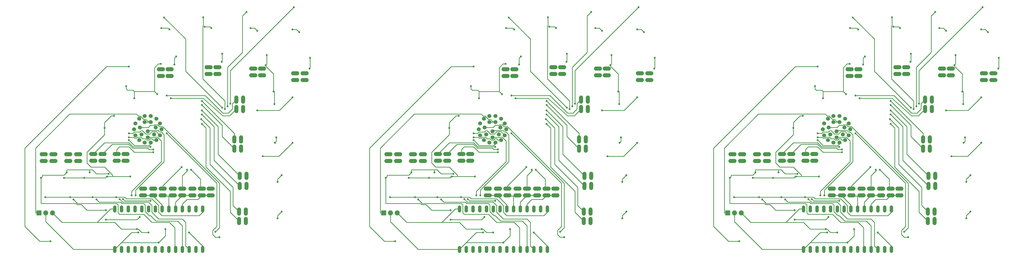
<source format=gbr>
G04 EAGLE Gerber RS-274X export*
G75*
%MOMM*%
%FSLAX34Y34*%
%LPD*%
%INBottom Copper*%
%IPPOS*%
%AMOC8*
5,1,8,0,0,1.08239X$1,22.5*%
G01*
%ADD10C,1.524000*%
%ADD11R,1.879600X1.879600*%
%ADD12C,1.879600*%
%ADD13C,1.308000*%
%ADD14C,1.508000*%
%ADD15C,0.756400*%
%ADD16C,0.254000*%


D10*
X130810Y388620D02*
X146050Y388620D01*
X146050Y363220D02*
X130810Y363220D01*
X186690Y388620D02*
X201930Y388620D01*
X201930Y363220D02*
X186690Y363220D01*
X817880Y402590D02*
X817880Y417830D01*
X843280Y417830D02*
X843280Y402590D01*
X817880Y436880D02*
X817880Y452120D01*
X843280Y452120D02*
X843280Y436880D01*
X762000Y690880D02*
X746760Y690880D01*
X746760Y716280D02*
X762000Y716280D01*
X728980Y690880D02*
X713740Y690880D01*
X713740Y716280D02*
X728980Y716280D01*
X330200Y389890D02*
X314960Y389890D01*
X314960Y364490D02*
X330200Y364490D01*
X295910Y389890D02*
X280670Y389890D01*
X280670Y364490D02*
X295910Y364490D01*
X109220Y388620D02*
X93980Y388620D01*
X93980Y363220D02*
X109220Y363220D01*
X838200Y276860D02*
X838200Y261620D01*
X863600Y261620D02*
X863600Y276860D01*
X838200Y299720D02*
X838200Y314960D01*
X863600Y314960D02*
X863600Y299720D01*
X914400Y685800D02*
X929640Y685800D01*
X929640Y711200D02*
X914400Y711200D01*
X896620Y685800D02*
X881380Y685800D01*
X881380Y711200D02*
X896620Y711200D01*
X416560Y389890D02*
X401320Y389890D01*
X401320Y364490D02*
X416560Y364490D01*
X383540Y389890D02*
X368300Y389890D01*
X368300Y364490D02*
X383540Y364490D01*
X835660Y144780D02*
X835660Y129540D01*
X861060Y129540D02*
X861060Y144780D01*
X835660Y165100D02*
X835660Y180340D01*
X861060Y180340D02*
X861060Y165100D01*
X1074420Y668020D02*
X1089660Y668020D01*
X1089660Y693420D02*
X1074420Y693420D01*
X1054100Y668020D02*
X1038860Y668020D01*
X1038860Y693420D02*
X1054100Y693420D01*
X520700Y259080D02*
X505460Y259080D01*
X505460Y233680D02*
X520700Y233680D01*
X482600Y259080D02*
X467360Y259080D01*
X467360Y233680D02*
X482600Y233680D01*
X652780Y259080D02*
X668020Y259080D01*
X668020Y233680D02*
X652780Y233680D01*
X629920Y259080D02*
X614680Y259080D01*
X614680Y233680D02*
X629920Y233680D01*
X721360Y259080D02*
X736600Y259080D01*
X736600Y233680D02*
X721360Y233680D01*
X703580Y259080D02*
X688340Y259080D01*
X688340Y233680D02*
X703580Y233680D01*
X556260Y259080D02*
X541020Y259080D01*
X541020Y233680D02*
X556260Y233680D01*
X579120Y259080D02*
X594360Y259080D01*
X594360Y233680D02*
X579120Y233680D01*
X825500Y551180D02*
X825500Y566420D01*
X850900Y566420D02*
X850900Y551180D01*
X825500Y586740D02*
X825500Y601980D01*
X850900Y601980D02*
X850900Y586740D01*
X582930Y683260D02*
X567690Y683260D01*
X567690Y708660D02*
X582930Y708660D01*
X549910Y683260D02*
X534670Y683260D01*
X534670Y708660D02*
X549910Y708660D01*
X238760Y388620D02*
X223520Y388620D01*
X223520Y363220D02*
X238760Y363220D01*
D11*
X83820Y167640D03*
D12*
X109220Y167640D03*
X134620Y167640D03*
D13*
X393700Y176340D02*
X393700Y189420D01*
X698500Y189420D02*
X698500Y176340D01*
X673100Y176340D02*
X673100Y189420D01*
X647700Y189420D02*
X647700Y176340D01*
X622300Y176340D02*
X622300Y189420D01*
X596900Y189420D02*
X596900Y176340D01*
X571500Y176340D02*
X571500Y189420D01*
X546100Y189420D02*
X546100Y176340D01*
X520700Y176340D02*
X520700Y189420D01*
X495300Y189420D02*
X495300Y176340D01*
X469900Y176340D02*
X469900Y189420D01*
X698500Y37020D02*
X698500Y23940D01*
X673100Y23940D02*
X673100Y37020D01*
X520700Y37020D02*
X520700Y23940D01*
X495300Y23940D02*
X495300Y37020D01*
X469900Y37020D02*
X469900Y23940D01*
X444500Y23940D02*
X444500Y37020D01*
X368300Y37020D02*
X368300Y23940D01*
X368300Y176340D02*
X368300Y189420D01*
X419100Y189420D02*
X419100Y176340D01*
X444500Y176340D02*
X444500Y189420D01*
X393700Y37020D02*
X393700Y23940D01*
X419100Y23940D02*
X419100Y37020D01*
X647700Y37020D02*
X647700Y23940D01*
X546100Y23940D02*
X546100Y37020D01*
X571500Y37020D02*
X571500Y23940D01*
X596900Y23940D02*
X596900Y37020D01*
X622300Y37020D02*
X622300Y23940D01*
D14*
X504190Y532638D03*
X524764Y522732D03*
X538988Y504952D03*
X544322Y482600D03*
X538988Y460248D03*
X524764Y442468D03*
X504190Y432562D03*
X481330Y432562D03*
X460756Y442468D03*
X446532Y460248D03*
X441198Y482600D03*
X460756Y522732D03*
X481330Y532638D03*
X504190Y509778D03*
X522478Y489204D03*
X516382Y463550D03*
X469138Y463550D03*
X463042Y489204D03*
X481330Y509778D03*
X492760Y474980D03*
X492760Y452120D03*
X446532Y504952D03*
D10*
X1426210Y388620D02*
X1441450Y388620D01*
X1441450Y363220D02*
X1426210Y363220D01*
X1482090Y388620D02*
X1497330Y388620D01*
X1497330Y363220D02*
X1482090Y363220D01*
X2113280Y402590D02*
X2113280Y417830D01*
X2138680Y417830D02*
X2138680Y402590D01*
X2113280Y436880D02*
X2113280Y452120D01*
X2138680Y452120D02*
X2138680Y436880D01*
X2057400Y690880D02*
X2042160Y690880D01*
X2042160Y716280D02*
X2057400Y716280D01*
X2024380Y690880D02*
X2009140Y690880D01*
X2009140Y716280D02*
X2024380Y716280D01*
X1625600Y389890D02*
X1610360Y389890D01*
X1610360Y364490D02*
X1625600Y364490D01*
X1591310Y389890D02*
X1576070Y389890D01*
X1576070Y364490D02*
X1591310Y364490D01*
X1404620Y388620D02*
X1389380Y388620D01*
X1389380Y363220D02*
X1404620Y363220D01*
X2133600Y276860D02*
X2133600Y261620D01*
X2159000Y261620D02*
X2159000Y276860D01*
X2133600Y299720D02*
X2133600Y314960D01*
X2159000Y314960D02*
X2159000Y299720D01*
X2209800Y685800D02*
X2225040Y685800D01*
X2225040Y711200D02*
X2209800Y711200D01*
X2192020Y685800D02*
X2176780Y685800D01*
X2176780Y711200D02*
X2192020Y711200D01*
X1711960Y389890D02*
X1696720Y389890D01*
X1696720Y364490D02*
X1711960Y364490D01*
X1678940Y389890D02*
X1663700Y389890D01*
X1663700Y364490D02*
X1678940Y364490D01*
X2131060Y144780D02*
X2131060Y129540D01*
X2156460Y129540D02*
X2156460Y144780D01*
X2131060Y165100D02*
X2131060Y180340D01*
X2156460Y180340D02*
X2156460Y165100D01*
X2369820Y668020D02*
X2385060Y668020D01*
X2385060Y693420D02*
X2369820Y693420D01*
X2349500Y668020D02*
X2334260Y668020D01*
X2334260Y693420D02*
X2349500Y693420D01*
X1816100Y259080D02*
X1800860Y259080D01*
X1800860Y233680D02*
X1816100Y233680D01*
X1778000Y259080D02*
X1762760Y259080D01*
X1762760Y233680D02*
X1778000Y233680D01*
X1948180Y259080D02*
X1963420Y259080D01*
X1963420Y233680D02*
X1948180Y233680D01*
X1925320Y259080D02*
X1910080Y259080D01*
X1910080Y233680D02*
X1925320Y233680D01*
X2016760Y259080D02*
X2032000Y259080D01*
X2032000Y233680D02*
X2016760Y233680D01*
X1998980Y259080D02*
X1983740Y259080D01*
X1983740Y233680D02*
X1998980Y233680D01*
X1851660Y259080D02*
X1836420Y259080D01*
X1836420Y233680D02*
X1851660Y233680D01*
X1874520Y259080D02*
X1889760Y259080D01*
X1889760Y233680D02*
X1874520Y233680D01*
X2120900Y551180D02*
X2120900Y566420D01*
X2146300Y566420D02*
X2146300Y551180D01*
X2120900Y586740D02*
X2120900Y601980D01*
X2146300Y601980D02*
X2146300Y586740D01*
X1878330Y683260D02*
X1863090Y683260D01*
X1863090Y708660D02*
X1878330Y708660D01*
X1845310Y683260D02*
X1830070Y683260D01*
X1830070Y708660D02*
X1845310Y708660D01*
X1534160Y388620D02*
X1518920Y388620D01*
X1518920Y363220D02*
X1534160Y363220D01*
D11*
X1379220Y167640D03*
D12*
X1404620Y167640D03*
X1430020Y167640D03*
D13*
X1689100Y176340D02*
X1689100Y189420D01*
X1993900Y189420D02*
X1993900Y176340D01*
X1968500Y176340D02*
X1968500Y189420D01*
X1943100Y189420D02*
X1943100Y176340D01*
X1917700Y176340D02*
X1917700Y189420D01*
X1892300Y189420D02*
X1892300Y176340D01*
X1866900Y176340D02*
X1866900Y189420D01*
X1841500Y189420D02*
X1841500Y176340D01*
X1816100Y176340D02*
X1816100Y189420D01*
X1790700Y189420D02*
X1790700Y176340D01*
X1765300Y176340D02*
X1765300Y189420D01*
X1993900Y37020D02*
X1993900Y23940D01*
X1968500Y23940D02*
X1968500Y37020D01*
X1816100Y37020D02*
X1816100Y23940D01*
X1790700Y23940D02*
X1790700Y37020D01*
X1765300Y37020D02*
X1765300Y23940D01*
X1739900Y23940D02*
X1739900Y37020D01*
X1663700Y37020D02*
X1663700Y23940D01*
X1663700Y176340D02*
X1663700Y189420D01*
X1714500Y189420D02*
X1714500Y176340D01*
X1739900Y176340D02*
X1739900Y189420D01*
X1689100Y37020D02*
X1689100Y23940D01*
X1714500Y23940D02*
X1714500Y37020D01*
X1943100Y37020D02*
X1943100Y23940D01*
X1841500Y23940D02*
X1841500Y37020D01*
X1866900Y37020D02*
X1866900Y23940D01*
X1892300Y23940D02*
X1892300Y37020D01*
X1917700Y37020D02*
X1917700Y23940D01*
D14*
X1799590Y532638D03*
X1820164Y522732D03*
X1834388Y504952D03*
X1839722Y482600D03*
X1834388Y460248D03*
X1820164Y442468D03*
X1799590Y432562D03*
X1776730Y432562D03*
X1756156Y442468D03*
X1741932Y460248D03*
X1736598Y482600D03*
X1756156Y522732D03*
X1776730Y532638D03*
X1799590Y509778D03*
X1817878Y489204D03*
X1811782Y463550D03*
X1764538Y463550D03*
X1758442Y489204D03*
X1776730Y509778D03*
X1788160Y474980D03*
X1788160Y452120D03*
X1741932Y504952D03*
D10*
X2719070Y388620D02*
X2734310Y388620D01*
X2734310Y363220D02*
X2719070Y363220D01*
X2774950Y388620D02*
X2790190Y388620D01*
X2790190Y363220D02*
X2774950Y363220D01*
X3406140Y402590D02*
X3406140Y417830D01*
X3431540Y417830D02*
X3431540Y402590D01*
X3406140Y436880D02*
X3406140Y452120D01*
X3431540Y452120D02*
X3431540Y436880D01*
X3350260Y690880D02*
X3335020Y690880D01*
X3335020Y716280D02*
X3350260Y716280D01*
X3317240Y690880D02*
X3302000Y690880D01*
X3302000Y716280D02*
X3317240Y716280D01*
X2918460Y389890D02*
X2903220Y389890D01*
X2903220Y364490D02*
X2918460Y364490D01*
X2884170Y389890D02*
X2868930Y389890D01*
X2868930Y364490D02*
X2884170Y364490D01*
X2697480Y388620D02*
X2682240Y388620D01*
X2682240Y363220D02*
X2697480Y363220D01*
X3426460Y276860D02*
X3426460Y261620D01*
X3451860Y261620D02*
X3451860Y276860D01*
X3426460Y299720D02*
X3426460Y314960D01*
X3451860Y314960D02*
X3451860Y299720D01*
X3502660Y685800D02*
X3517900Y685800D01*
X3517900Y711200D02*
X3502660Y711200D01*
X3484880Y685800D02*
X3469640Y685800D01*
X3469640Y711200D02*
X3484880Y711200D01*
X3004820Y389890D02*
X2989580Y389890D01*
X2989580Y364490D02*
X3004820Y364490D01*
X2971800Y389890D02*
X2956560Y389890D01*
X2956560Y364490D02*
X2971800Y364490D01*
X3423920Y144780D02*
X3423920Y129540D01*
X3449320Y129540D02*
X3449320Y144780D01*
X3423920Y165100D02*
X3423920Y180340D01*
X3449320Y180340D02*
X3449320Y165100D01*
X3662680Y668020D02*
X3677920Y668020D01*
X3677920Y693420D02*
X3662680Y693420D01*
X3642360Y668020D02*
X3627120Y668020D01*
X3627120Y693420D02*
X3642360Y693420D01*
X3108960Y259080D02*
X3093720Y259080D01*
X3093720Y233680D02*
X3108960Y233680D01*
X3070860Y259080D02*
X3055620Y259080D01*
X3055620Y233680D02*
X3070860Y233680D01*
X3241040Y259080D02*
X3256280Y259080D01*
X3256280Y233680D02*
X3241040Y233680D01*
X3218180Y259080D02*
X3202940Y259080D01*
X3202940Y233680D02*
X3218180Y233680D01*
X3309620Y259080D02*
X3324860Y259080D01*
X3324860Y233680D02*
X3309620Y233680D01*
X3291840Y259080D02*
X3276600Y259080D01*
X3276600Y233680D02*
X3291840Y233680D01*
X3144520Y259080D02*
X3129280Y259080D01*
X3129280Y233680D02*
X3144520Y233680D01*
X3167380Y259080D02*
X3182620Y259080D01*
X3182620Y233680D02*
X3167380Y233680D01*
X3413760Y551180D02*
X3413760Y566420D01*
X3439160Y566420D02*
X3439160Y551180D01*
X3413760Y586740D02*
X3413760Y601980D01*
X3439160Y601980D02*
X3439160Y586740D01*
X3171190Y683260D02*
X3155950Y683260D01*
X3155950Y708660D02*
X3171190Y708660D01*
X3138170Y683260D02*
X3122930Y683260D01*
X3122930Y708660D02*
X3138170Y708660D01*
X2827020Y388620D02*
X2811780Y388620D01*
X2811780Y363220D02*
X2827020Y363220D01*
D11*
X2672080Y167640D03*
D12*
X2697480Y167640D03*
X2722880Y167640D03*
D13*
X2981960Y176340D02*
X2981960Y189420D01*
X3286760Y189420D02*
X3286760Y176340D01*
X3261360Y176340D02*
X3261360Y189420D01*
X3235960Y189420D02*
X3235960Y176340D01*
X3210560Y176340D02*
X3210560Y189420D01*
X3185160Y189420D02*
X3185160Y176340D01*
X3159760Y176340D02*
X3159760Y189420D01*
X3134360Y189420D02*
X3134360Y176340D01*
X3108960Y176340D02*
X3108960Y189420D01*
X3083560Y189420D02*
X3083560Y176340D01*
X3058160Y176340D02*
X3058160Y189420D01*
X3286760Y37020D02*
X3286760Y23940D01*
X3261360Y23940D02*
X3261360Y37020D01*
X3108960Y37020D02*
X3108960Y23940D01*
X3083560Y23940D02*
X3083560Y37020D01*
X3058160Y37020D02*
X3058160Y23940D01*
X3032760Y23940D02*
X3032760Y37020D01*
X2956560Y37020D02*
X2956560Y23940D01*
X2956560Y176340D02*
X2956560Y189420D01*
X3007360Y189420D02*
X3007360Y176340D01*
X3032760Y176340D02*
X3032760Y189420D01*
X2981960Y37020D02*
X2981960Y23940D01*
X3007360Y23940D02*
X3007360Y37020D01*
X3235960Y37020D02*
X3235960Y23940D01*
X3134360Y23940D02*
X3134360Y37020D01*
X3159760Y37020D02*
X3159760Y23940D01*
X3185160Y23940D02*
X3185160Y37020D01*
X3210560Y37020D02*
X3210560Y23940D01*
D14*
X3092450Y532638D03*
X3113024Y522732D03*
X3127248Y504952D03*
X3132582Y482600D03*
X3127248Y460248D03*
X3113024Y442468D03*
X3092450Y432562D03*
X3069590Y432562D03*
X3049016Y442468D03*
X3034792Y460248D03*
X3029458Y482600D03*
X3049016Y522732D03*
X3069590Y532638D03*
X3092450Y509778D03*
X3110738Y489204D03*
X3104642Y463550D03*
X3057398Y463550D03*
X3051302Y489204D03*
X3069590Y509778D03*
X3081020Y474980D03*
X3081020Y452120D03*
X3034792Y504952D03*
D15*
X558800Y106680D03*
X533400Y55880D03*
D16*
X393700Y55880D01*
X368300Y30480D01*
D15*
X457200Y93980D03*
D16*
X431800Y93980D01*
X558800Y106680D02*
X558800Y81280D01*
X533400Y55880D01*
X431800Y93980D02*
X393700Y55880D01*
X368300Y30480D02*
X213360Y30480D01*
X109220Y134620D01*
X109220Y167640D01*
D15*
X177800Y299720D03*
X254000Y299720D03*
X340360Y304800D03*
X426720Y304800D03*
D16*
X238760Y299720D02*
X177800Y299720D01*
X254000Y299720D02*
X320040Y299720D01*
X340360Y304800D02*
X360680Y304800D01*
X426720Y304800D01*
X243840Y299720D02*
X238760Y299720D01*
X320040Y299720D02*
X335280Y299720D01*
X335280Y304800D01*
X340360Y304800D01*
X254000Y299720D02*
X243840Y299720D01*
D15*
X365760Y533400D03*
D16*
X355600Y533400D01*
X330200Y508000D01*
X330200Y487680D01*
D15*
X330200Y487680D03*
X411480Y645160D03*
D16*
X411480Y635000D02*
X416560Y629920D01*
X436880Y629920D01*
X441960Y624840D01*
X441960Y599440D01*
D15*
X441960Y599440D03*
X965200Y624840D03*
D16*
X969010Y624840D02*
X969010Y577850D01*
D15*
X969010Y577850D03*
D16*
X969010Y624840D02*
X965200Y624840D01*
D15*
X975360Y452120D03*
D16*
X975360Y436880D01*
X970280Y431800D01*
D15*
X970280Y431800D03*
X995680Y309880D03*
D16*
X980440Y294640D01*
X980440Y284480D01*
D15*
X980440Y284480D03*
X995680Y172720D03*
D16*
X980440Y157480D01*
X980440Y147426D01*
D15*
X980440Y147426D03*
X706120Y868680D03*
D16*
X726440Y868680D01*
X731520Y863600D01*
D15*
X731520Y863600D03*
X878840Y863600D03*
D16*
X894080Y863600D01*
X904240Y853440D01*
D15*
X904240Y853440D03*
D16*
X411480Y645160D02*
X411480Y635000D01*
D15*
X1036320Y858520D03*
D16*
X1051560Y858520D01*
X1061720Y848360D01*
D15*
X1061720Y848360D03*
X599440Y756920D03*
D16*
X592864Y750344D01*
X592864Y726440D01*
D15*
X592864Y726440D03*
X770664Y736600D03*
D16*
X772160Y738096D01*
X772160Y767080D01*
D15*
X772160Y767080D03*
X935990Y723900D03*
D16*
X936625Y724535D01*
X939800Y727710D01*
X939800Y762000D01*
D15*
X939800Y762000D03*
X1100864Y711200D03*
D16*
X1102360Y712696D01*
X1102360Y751840D01*
D15*
X1102360Y751840D03*
X543560Y863600D03*
D16*
X568960Y863600D01*
X574040Y858520D01*
D15*
X574040Y858520D03*
D16*
X330200Y487680D02*
X330200Y462280D01*
X264160Y396240D01*
X264160Y355600D01*
X360680Y309880D02*
X360680Y304800D01*
X279400Y340360D02*
X264160Y355600D01*
X279400Y340360D02*
X330200Y340360D01*
X360680Y309880D01*
X965200Y624840D02*
X965200Y690880D01*
X936625Y719455D01*
X936625Y724535D01*
D15*
X528320Y614680D03*
D16*
X520700Y622300D01*
X518160Y624840D01*
X441960Y624840D01*
X518160Y624840D02*
X518160Y714784D01*
X532356Y728980D01*
D15*
X542516Y728980D03*
D16*
X532356Y728980D01*
X529045Y452802D02*
X520484Y452802D01*
X529045Y452802D02*
X543560Y438287D01*
X519802Y452120D02*
X492760Y452120D01*
X519802Y452120D02*
X520484Y452802D01*
X543560Y438287D02*
X543560Y360680D01*
X431800Y248920D01*
X431800Y233680D01*
D15*
X431800Y233680D03*
X447040Y233680D03*
D16*
X447040Y254000D01*
X553720Y360680D02*
X553720Y462280D01*
X543734Y472266D01*
X540042Y472266D01*
X539868Y472440D01*
X538480Y472440D01*
X532050Y478870D01*
X496650Y478870D02*
X492760Y474980D01*
X553720Y360680D02*
X447040Y254000D01*
X496650Y478870D02*
X532050Y478870D01*
X71120Y411480D02*
X71120Y167640D01*
X83820Y167640D01*
X457534Y533066D02*
X465037Y533066D01*
X495945Y509778D02*
X504190Y509778D01*
X495945Y509778D02*
X495241Y510481D01*
X485611Y520112D01*
X477991Y520112D01*
X465037Y533066D01*
X450624Y539976D02*
X199616Y539976D01*
X450624Y539976D02*
X457534Y533066D01*
X199616Y539976D02*
X71120Y411480D01*
X481330Y509778D02*
X494538Y509778D01*
X495241Y510481D01*
X494284Y489204D02*
X463042Y489204D01*
X494284Y489204D02*
X502920Y497840D01*
X516500Y497840D01*
X518198Y499538D01*
X548603Y492934D02*
X554656Y486881D01*
X554656Y486744D01*
X529788Y499538D02*
X518198Y499538D01*
X529788Y499538D02*
X536392Y492934D01*
X548603Y492934D01*
D15*
X746760Y96520D03*
D16*
X762254Y112014D02*
X762254Y279146D01*
X554656Y486744D01*
X762254Y112014D02*
X746760Y96520D01*
D15*
X762000Y76200D03*
D16*
X746760Y76200D01*
X736600Y86360D01*
X736600Y101600D02*
X751840Y116840D01*
X751840Y279400D01*
D15*
X563880Y467360D03*
D16*
X736600Y101600D02*
X736600Y86360D01*
X751840Y279400D02*
X563880Y467360D01*
D15*
X421640Y718820D03*
D16*
X337820Y718820D01*
X30480Y411480D01*
X30480Y116840D01*
X86360Y60960D01*
X127000Y60960D01*
D15*
X127000Y60960D03*
X462280Y152400D03*
D16*
X452120Y142240D01*
X335280Y142240D01*
D15*
X335280Y142240D03*
X495300Y93980D03*
D16*
X469900Y93980D02*
X457200Y106680D01*
X452120Y106680D01*
X393700Y106680D01*
X368300Y132080D01*
X469900Y93980D02*
X495300Y93980D01*
X170180Y132080D02*
X134620Y167640D01*
D15*
X452120Y106680D03*
D16*
X323850Y153670D02*
X302260Y132080D01*
X323850Y153670D02*
X353060Y182880D01*
X368300Y132080D02*
X302260Y132080D01*
X170180Y132080D01*
X353060Y182880D02*
X368300Y182880D01*
D15*
X579120Y599440D03*
X421640Y467360D03*
D16*
X436880Y467360D01*
X441786Y472266D01*
X462106Y472266D02*
X467360Y477520D01*
X472440Y477520D01*
X485314Y464646D02*
X500206Y464646D01*
X485314Y464646D02*
X472440Y477520D01*
X509444Y473884D02*
X525352Y473884D01*
X509444Y473884D02*
X500206Y464646D01*
X525352Y473884D02*
X538988Y460248D01*
X462106Y472266D02*
X441786Y472266D01*
X579120Y599440D02*
X701040Y599440D01*
X775335Y533400D01*
X800100Y533400D01*
X825500Y558800D01*
D15*
X563880Y609600D03*
D16*
X708660Y609600D01*
X774700Y543560D01*
X795020Y543560D01*
X810260Y558800D01*
X810260Y579120D01*
X825500Y594360D01*
D15*
X335280Y177800D03*
D16*
X264160Y177800D02*
X242824Y199136D01*
X226917Y199136D01*
X222853Y203200D02*
X91440Y203200D01*
X222853Y203200D02*
X226917Y199136D01*
X91440Y203200D02*
X91440Y299720D01*
D15*
X91440Y299720D03*
D16*
X96520Y304800D01*
X96520Y309880D02*
X162560Y309880D01*
X177800Y309880D01*
X187960Y330200D02*
X193040Y330200D01*
X274320Y330200D01*
X284480Y330200D01*
X299720Y314960D02*
X345440Y314960D01*
X96520Y309880D02*
X96520Y304800D01*
D15*
X345440Y314960D03*
D16*
X187960Y320040D02*
X187960Y330200D01*
D15*
X187960Y320040D03*
D16*
X274320Y320040D02*
X274320Y330200D01*
D15*
X274320Y320040D03*
D16*
X284480Y330200D02*
X299720Y314960D01*
X335280Y177800D02*
X264160Y177800D01*
X177800Y309880D02*
X187960Y320040D01*
D15*
X647700Y93980D03*
D16*
X698500Y43180D01*
X698500Y30480D01*
D15*
X502920Y213360D03*
D16*
X406400Y213360D01*
X400050Y219710D01*
D15*
X400050Y219710D03*
X107950Y227330D03*
X201930Y227330D03*
X285750Y227330D03*
X374650Y227330D03*
D16*
X201930Y227330D02*
X107950Y227330D01*
X201930Y227330D02*
X285750Y227330D01*
X374650Y227330D01*
X533400Y170180D02*
X546100Y157480D01*
X685800Y157480D01*
X508000Y220980D02*
X412750Y220980D01*
X508000Y220980D02*
X533400Y195580D01*
X533400Y170180D01*
X698500Y170180D02*
X698500Y182880D01*
X698500Y170180D02*
X685800Y157480D01*
X412750Y220980D02*
X406400Y227330D01*
X374650Y227330D01*
D15*
X904240Y553720D03*
D16*
X987426Y553720D01*
X1036320Y602614D01*
D15*
X1036320Y602614D03*
X213360Y218440D03*
D16*
X594360Y33020D02*
X596900Y30480D01*
X594360Y33020D02*
X594360Y111760D01*
X574040Y132080D01*
X477520Y162560D02*
X386080Y162560D01*
X381000Y167640D01*
X381000Y198120D02*
X375920Y203200D01*
X228600Y203200D01*
X213360Y218440D01*
X508000Y132080D02*
X574040Y132080D01*
X508000Y132080D02*
X477520Y162560D01*
X381000Y167640D02*
X381000Y198120D01*
D15*
X299720Y218440D03*
D16*
X309880Y208280D01*
X391160Y208280D02*
X396240Y203200D01*
X477520Y203200D02*
X482600Y198120D01*
X482600Y172720D01*
X497840Y157480D01*
X502920Y157480D01*
X523240Y137160D01*
X604520Y137160D02*
X622300Y119380D01*
X622300Y30480D01*
X391160Y208280D02*
X309880Y208280D01*
X396240Y203200D02*
X477520Y203200D01*
X523240Y137160D02*
X604520Y137160D01*
X635000Y43180D02*
X647700Y30480D01*
X635000Y43180D02*
X635000Y132080D01*
X622300Y144780D01*
X533400Y144780D02*
X508000Y170180D01*
X508000Y195580D01*
X533400Y144780D02*
X622300Y144780D01*
D15*
X387350Y219710D03*
D16*
X398780Y208280D01*
X495300Y208280D01*
X508000Y195580D01*
X546100Y198120D02*
X546100Y182880D01*
X513080Y233680D02*
X474980Y233680D01*
X513080Y233680D02*
X513080Y231140D01*
X546100Y198120D01*
X571500Y182880D02*
X571500Y231140D01*
X568960Y231140D01*
X551180Y231140D01*
X548640Y233680D01*
X568960Y231140D02*
X584200Y231140D01*
X586740Y233680D01*
X622300Y233680D02*
X647700Y233680D01*
X660400Y233680D01*
X596900Y208280D02*
X596900Y182880D01*
X596900Y208280D02*
X622300Y233680D01*
X622300Y200660D02*
X622300Y182880D01*
X622300Y200660D02*
X640080Y218440D01*
X680720Y218440D01*
X695960Y233680D01*
X728980Y233680D01*
D15*
X772160Y563880D03*
D16*
X635000Y701040D01*
X635000Y822758D02*
X554254Y903504D01*
D15*
X554254Y903504D03*
D16*
X635000Y822758D02*
X635000Y701040D01*
D15*
X695960Y574040D03*
D16*
X772160Y497840D01*
X772160Y455930D02*
X817880Y410210D01*
X772160Y455930D02*
X772160Y497840D01*
D15*
X421640Y441960D03*
D16*
X441960Y421640D01*
X497840Y421640D01*
X504190Y427990D01*
X504190Y432562D01*
D15*
X695960Y589280D03*
D16*
X817880Y467360D01*
X817880Y444500D01*
X524764Y442468D02*
X513588Y442468D01*
X513080Y441960D01*
X508000Y447040D01*
X502295Y447040D01*
X497041Y441786D01*
X488480Y441786D01*
X483226Y447040D01*
D15*
X421640Y452120D03*
D16*
X442252Y449914D02*
X450813Y449914D01*
X442252Y449914D02*
X440046Y452120D01*
X421640Y452120D01*
X453701Y452802D02*
X466678Y452802D01*
X453701Y452802D02*
X450813Y449914D01*
X466678Y452802D02*
X472440Y447040D01*
X483226Y447040D01*
D15*
X924560Y381000D03*
D16*
X985520Y381000D01*
X1036320Y431800D01*
D15*
X1036320Y431800D03*
D16*
X619760Y340360D02*
X548640Y269240D01*
D15*
X619760Y340360D03*
X782320Y558800D03*
D16*
X782320Y589280D01*
D15*
X701040Y904240D03*
D16*
X701040Y872900D02*
X699544Y871404D01*
X701040Y872900D02*
X701040Y904240D01*
X699544Y672056D02*
X782320Y589280D01*
X699544Y672056D02*
X699544Y871404D01*
X548640Y269240D02*
X548640Y259080D01*
D15*
X695960Y538480D03*
D16*
X741680Y492760D01*
X741680Y365760D02*
X838200Y269240D01*
X741680Y365760D02*
X741680Y492760D01*
D15*
X513080Y406400D03*
D16*
X497840Y406400D01*
X492760Y411480D01*
X436213Y411480D01*
X421306Y426386D01*
X359076Y426386D01*
X322580Y389890D01*
D15*
X695960Y553720D03*
D16*
X756920Y492760D01*
X756920Y388620D02*
X838200Y307340D01*
X756920Y388620D02*
X756920Y492760D01*
D15*
X502920Y416560D03*
D16*
X436880Y416560D01*
X421640Y431800D01*
X330200Y431800D01*
X288290Y389890D01*
X622300Y307340D02*
X622300Y259080D01*
X622300Y307340D02*
X642620Y327660D01*
D15*
X640080Y330200D03*
X792480Y568960D03*
D16*
X792480Y716280D01*
X848360Y772160D02*
X848360Y909320D01*
X863600Y924560D01*
D15*
X863600Y924560D03*
D16*
X848360Y772160D02*
X792480Y716280D01*
X640080Y330200D02*
X642620Y327660D01*
X802640Y170180D02*
X835660Y137160D01*
X711200Y487680D02*
X695960Y502920D01*
D15*
X695960Y502920D03*
D16*
X802640Y248920D02*
X802640Y170180D01*
X802640Y248920D02*
X711200Y340360D01*
X711200Y487680D01*
X812800Y195580D02*
X835660Y172720D01*
X812800Y195580D02*
X812800Y264160D01*
X726440Y350520D01*
X726440Y487680D01*
X693420Y520700D01*
D15*
X693420Y520700D03*
X513080Y396240D03*
D16*
X441960Y396240D01*
X421640Y416560D01*
X386080Y416560D01*
X375920Y406400D02*
X375920Y389890D01*
X375920Y406400D02*
X386080Y416560D01*
D15*
X802640Y579120D03*
D16*
X802640Y703580D01*
X1041400Y942340D01*
D15*
X1041400Y942340D03*
X655320Y330200D03*
D16*
X690880Y294640D02*
X690880Y264160D01*
X690880Y294640D02*
X655320Y330200D01*
X690880Y264160D02*
X695960Y259080D01*
D15*
X1854200Y106680D03*
X1828800Y55880D03*
D16*
X1689100Y55880D01*
X1663700Y30480D01*
D15*
X1752600Y93980D03*
D16*
X1727200Y93980D01*
X1854200Y106680D02*
X1854200Y81280D01*
X1828800Y55880D01*
X1727200Y93980D02*
X1689100Y55880D01*
X1663700Y30480D02*
X1508760Y30480D01*
X1404620Y134620D01*
X1404620Y167640D01*
D15*
X1473200Y299720D03*
X1549400Y299720D03*
X1635760Y304800D03*
X1722120Y304800D03*
D16*
X1534160Y299720D02*
X1473200Y299720D01*
X1549400Y299720D02*
X1615440Y299720D01*
X1635760Y304800D02*
X1656080Y304800D01*
X1722120Y304800D01*
X1539240Y299720D02*
X1534160Y299720D01*
X1615440Y299720D02*
X1630680Y299720D01*
X1630680Y304800D01*
X1635760Y304800D01*
X1549400Y299720D02*
X1539240Y299720D01*
D15*
X1661160Y533400D03*
D16*
X1651000Y533400D01*
X1625600Y508000D01*
X1625600Y487680D01*
D15*
X1625600Y487680D03*
X1706880Y645160D03*
D16*
X1706880Y635000D02*
X1711960Y629920D01*
X1732280Y629920D01*
X1737360Y624840D01*
X1737360Y599440D01*
D15*
X1737360Y599440D03*
X2260600Y624840D03*
D16*
X2264410Y624840D02*
X2264410Y577850D01*
D15*
X2264410Y577850D03*
D16*
X2264410Y624840D02*
X2260600Y624840D01*
D15*
X2270760Y452120D03*
D16*
X2270760Y436880D01*
X2265680Y431800D01*
D15*
X2265680Y431800D03*
X2291080Y309880D03*
D16*
X2275840Y294640D01*
X2275840Y284480D01*
D15*
X2275840Y284480D03*
X2291080Y172720D03*
D16*
X2275840Y157480D01*
X2275840Y147426D01*
D15*
X2275840Y147426D03*
X2001520Y868680D03*
D16*
X2021840Y868680D01*
X2026920Y863600D01*
D15*
X2026920Y863600D03*
X2174240Y863600D03*
D16*
X2189480Y863600D01*
X2199640Y853440D01*
D15*
X2199640Y853440D03*
D16*
X1706880Y645160D02*
X1706880Y635000D01*
D15*
X2331720Y858520D03*
D16*
X2346960Y858520D01*
X2357120Y848360D01*
D15*
X2357120Y848360D03*
X1894840Y756920D03*
D16*
X1888264Y750344D01*
X1888264Y726440D01*
D15*
X1888264Y726440D03*
X2066064Y736600D03*
D16*
X2067560Y738096D01*
X2067560Y767080D01*
D15*
X2067560Y767080D03*
X2231390Y723900D03*
D16*
X2232025Y724535D01*
X2235200Y727710D01*
X2235200Y762000D01*
D15*
X2235200Y762000D03*
X2396264Y711200D03*
D16*
X2397760Y712696D01*
X2397760Y751840D01*
D15*
X2397760Y751840D03*
X1838960Y863600D03*
D16*
X1864360Y863600D01*
X1869440Y858520D01*
D15*
X1869440Y858520D03*
D16*
X1625600Y487680D02*
X1625600Y462280D01*
X1559560Y396240D01*
X1559560Y355600D01*
X1656080Y309880D02*
X1656080Y304800D01*
X1574800Y340360D02*
X1559560Y355600D01*
X1574800Y340360D02*
X1625600Y340360D01*
X1656080Y309880D01*
X2260600Y624840D02*
X2260600Y690880D01*
X2232025Y719455D01*
X2232025Y724535D01*
D15*
X1823720Y614680D03*
D16*
X1816100Y622300D01*
X1813560Y624840D01*
X1737360Y624840D01*
X1813560Y624840D02*
X1813560Y714784D01*
X1827756Y728980D01*
D15*
X1837916Y728980D03*
D16*
X1827756Y728980D01*
X1824445Y452802D02*
X1815884Y452802D01*
X1824445Y452802D02*
X1838960Y438287D01*
X1815202Y452120D02*
X1788160Y452120D01*
X1815202Y452120D02*
X1815884Y452802D01*
X1838960Y438287D02*
X1838960Y360680D01*
X1727200Y248920D01*
X1727200Y233680D01*
D15*
X1727200Y233680D03*
X1742440Y233680D03*
D16*
X1742440Y254000D01*
X1849120Y360680D02*
X1849120Y462280D01*
X1839134Y472266D01*
X1835442Y472266D01*
X1835268Y472440D01*
X1833880Y472440D01*
X1827450Y478870D01*
X1792050Y478870D02*
X1788160Y474980D01*
X1849120Y360680D02*
X1742440Y254000D01*
X1792050Y478870D02*
X1827450Y478870D01*
X1366520Y411480D02*
X1366520Y167640D01*
X1379220Y167640D01*
X1752934Y533066D02*
X1760437Y533066D01*
X1791345Y509778D02*
X1799590Y509778D01*
X1791345Y509778D02*
X1790641Y510481D01*
X1781011Y520112D01*
X1773391Y520112D01*
X1760437Y533066D01*
X1746024Y539976D02*
X1495016Y539976D01*
X1746024Y539976D02*
X1752934Y533066D01*
X1495016Y539976D02*
X1366520Y411480D01*
X1776730Y509778D02*
X1789938Y509778D01*
X1790641Y510481D01*
X1789684Y489204D02*
X1758442Y489204D01*
X1789684Y489204D02*
X1798320Y497840D01*
X1811900Y497840D01*
X1813598Y499538D01*
X1844003Y492934D02*
X1850056Y486881D01*
X1850056Y486744D01*
X1825188Y499538D02*
X1813598Y499538D01*
X1825188Y499538D02*
X1831792Y492934D01*
X1844003Y492934D01*
D15*
X2042160Y96520D03*
D16*
X2057654Y112014D02*
X2057654Y279146D01*
X1850056Y486744D01*
X2057654Y112014D02*
X2042160Y96520D01*
D15*
X2057400Y76200D03*
D16*
X2042160Y76200D01*
X2032000Y86360D01*
X2032000Y101600D02*
X2047240Y116840D01*
X2047240Y279400D01*
D15*
X1859280Y467360D03*
D16*
X2032000Y101600D02*
X2032000Y86360D01*
X2047240Y279400D02*
X1859280Y467360D01*
D15*
X1717040Y718820D03*
D16*
X1633220Y718820D01*
X1325880Y411480D01*
X1325880Y116840D01*
X1381760Y60960D01*
X1422400Y60960D01*
D15*
X1422400Y60960D03*
X1757680Y152400D03*
D16*
X1747520Y142240D01*
X1630680Y142240D01*
D15*
X1630680Y142240D03*
X1790700Y93980D03*
D16*
X1765300Y93980D02*
X1752600Y106680D01*
X1747520Y106680D01*
X1689100Y106680D01*
X1663700Y132080D01*
X1765300Y93980D02*
X1790700Y93980D01*
X1465580Y132080D02*
X1430020Y167640D01*
D15*
X1747520Y106680D03*
D16*
X1619250Y153670D02*
X1597660Y132080D01*
X1619250Y153670D02*
X1648460Y182880D01*
X1663700Y132080D02*
X1597660Y132080D01*
X1465580Y132080D01*
X1648460Y182880D02*
X1663700Y182880D01*
D15*
X1874520Y599440D03*
X1717040Y467360D03*
D16*
X1732280Y467360D01*
X1737186Y472266D01*
X1757506Y472266D02*
X1762760Y477520D01*
X1767840Y477520D01*
X1780714Y464646D02*
X1795606Y464646D01*
X1780714Y464646D02*
X1767840Y477520D01*
X1804844Y473884D02*
X1820752Y473884D01*
X1804844Y473884D02*
X1795606Y464646D01*
X1820752Y473884D02*
X1834388Y460248D01*
X1757506Y472266D02*
X1737186Y472266D01*
X1874520Y599440D02*
X1996440Y599440D01*
X2070735Y533400D01*
X2095500Y533400D01*
X2120900Y558800D01*
D15*
X1859280Y609600D03*
D16*
X2004060Y609600D01*
X2070100Y543560D01*
X2090420Y543560D01*
X2105660Y558800D01*
X2105660Y579120D01*
X2120900Y594360D01*
D15*
X1630680Y177800D03*
D16*
X1559560Y177800D02*
X1538224Y199136D01*
X1522317Y199136D01*
X1518253Y203200D02*
X1386840Y203200D01*
X1518253Y203200D02*
X1522317Y199136D01*
X1386840Y203200D02*
X1386840Y299720D01*
D15*
X1386840Y299720D03*
D16*
X1391920Y304800D01*
X1391920Y309880D02*
X1457960Y309880D01*
X1473200Y309880D01*
X1483360Y330200D02*
X1488440Y330200D01*
X1569720Y330200D01*
X1579880Y330200D01*
X1595120Y314960D02*
X1640840Y314960D01*
X1391920Y309880D02*
X1391920Y304800D01*
D15*
X1640840Y314960D03*
D16*
X1483360Y320040D02*
X1483360Y330200D01*
D15*
X1483360Y320040D03*
D16*
X1569720Y320040D02*
X1569720Y330200D01*
D15*
X1569720Y320040D03*
D16*
X1579880Y330200D02*
X1595120Y314960D01*
X1630680Y177800D02*
X1559560Y177800D01*
X1473200Y309880D02*
X1483360Y320040D01*
D15*
X1943100Y93980D03*
D16*
X1993900Y43180D01*
X1993900Y30480D01*
D15*
X1798320Y213360D03*
D16*
X1701800Y213360D01*
X1695450Y219710D01*
D15*
X1695450Y219710D03*
X1403350Y227330D03*
X1497330Y227330D03*
X1581150Y227330D03*
X1670050Y227330D03*
D16*
X1497330Y227330D02*
X1403350Y227330D01*
X1497330Y227330D02*
X1581150Y227330D01*
X1670050Y227330D01*
X1828800Y170180D02*
X1841500Y157480D01*
X1981200Y157480D01*
X1803400Y220980D02*
X1708150Y220980D01*
X1803400Y220980D02*
X1828800Y195580D01*
X1828800Y170180D01*
X1993900Y170180D02*
X1993900Y182880D01*
X1993900Y170180D02*
X1981200Y157480D01*
X1708150Y220980D02*
X1701800Y227330D01*
X1670050Y227330D01*
D15*
X2199640Y553720D03*
D16*
X2282826Y553720D01*
X2331720Y602614D01*
D15*
X2331720Y602614D03*
X1508760Y218440D03*
D16*
X1889760Y33020D02*
X1892300Y30480D01*
X1889760Y33020D02*
X1889760Y111760D01*
X1869440Y132080D01*
X1772920Y162560D02*
X1681480Y162560D01*
X1676400Y167640D01*
X1676400Y198120D02*
X1671320Y203200D01*
X1524000Y203200D01*
X1508760Y218440D01*
X1803400Y132080D02*
X1869440Y132080D01*
X1803400Y132080D02*
X1772920Y162560D01*
X1676400Y167640D02*
X1676400Y198120D01*
D15*
X1595120Y218440D03*
D16*
X1605280Y208280D01*
X1686560Y208280D02*
X1691640Y203200D01*
X1772920Y203200D02*
X1778000Y198120D01*
X1778000Y172720D01*
X1793240Y157480D01*
X1798320Y157480D01*
X1818640Y137160D01*
X1899920Y137160D02*
X1917700Y119380D01*
X1917700Y30480D01*
X1686560Y208280D02*
X1605280Y208280D01*
X1691640Y203200D02*
X1772920Y203200D01*
X1818640Y137160D02*
X1899920Y137160D01*
X1930400Y43180D02*
X1943100Y30480D01*
X1930400Y43180D02*
X1930400Y132080D01*
X1917700Y144780D01*
X1828800Y144780D02*
X1803400Y170180D01*
X1803400Y195580D01*
X1828800Y144780D02*
X1917700Y144780D01*
D15*
X1682750Y219710D03*
D16*
X1694180Y208280D01*
X1790700Y208280D01*
X1803400Y195580D01*
X1841500Y198120D02*
X1841500Y182880D01*
X1808480Y233680D02*
X1770380Y233680D01*
X1808480Y233680D02*
X1808480Y231140D01*
X1841500Y198120D01*
X1866900Y182880D02*
X1866900Y231140D01*
X1864360Y231140D01*
X1846580Y231140D01*
X1844040Y233680D01*
X1864360Y231140D02*
X1879600Y231140D01*
X1882140Y233680D01*
X1917700Y233680D02*
X1943100Y233680D01*
X1955800Y233680D01*
X1892300Y208280D02*
X1892300Y182880D01*
X1892300Y208280D02*
X1917700Y233680D01*
X1917700Y200660D02*
X1917700Y182880D01*
X1917700Y200660D02*
X1935480Y218440D01*
X1976120Y218440D01*
X1991360Y233680D01*
X2024380Y233680D01*
D15*
X2067560Y563880D03*
D16*
X1930400Y701040D01*
X1930400Y822758D02*
X1849654Y903504D01*
D15*
X1849654Y903504D03*
D16*
X1930400Y822758D02*
X1930400Y701040D01*
D15*
X1991360Y574040D03*
D16*
X2067560Y497840D01*
X2067560Y455930D02*
X2113280Y410210D01*
X2067560Y455930D02*
X2067560Y497840D01*
D15*
X1717040Y441960D03*
D16*
X1737360Y421640D01*
X1793240Y421640D01*
X1799590Y427990D01*
X1799590Y432562D01*
D15*
X1991360Y589280D03*
D16*
X2113280Y467360D01*
X2113280Y444500D01*
X1820164Y442468D02*
X1808988Y442468D01*
X1808480Y441960D01*
X1803400Y447040D01*
X1797695Y447040D01*
X1792441Y441786D01*
X1783880Y441786D01*
X1778626Y447040D01*
D15*
X1717040Y452120D03*
D16*
X1737652Y449914D02*
X1746213Y449914D01*
X1737652Y449914D02*
X1735446Y452120D01*
X1717040Y452120D01*
X1749101Y452802D02*
X1762078Y452802D01*
X1749101Y452802D02*
X1746213Y449914D01*
X1762078Y452802D02*
X1767840Y447040D01*
X1778626Y447040D01*
D15*
X2219960Y381000D03*
D16*
X2280920Y381000D01*
X2331720Y431800D01*
D15*
X2331720Y431800D03*
D16*
X1915160Y340360D02*
X1844040Y269240D01*
D15*
X1915160Y340360D03*
X2077720Y558800D03*
D16*
X2077720Y589280D01*
D15*
X1996440Y904240D03*
D16*
X1996440Y872900D02*
X1994944Y871404D01*
X1996440Y872900D02*
X1996440Y904240D01*
X1994944Y672056D02*
X2077720Y589280D01*
X1994944Y672056D02*
X1994944Y871404D01*
X1844040Y269240D02*
X1844040Y259080D01*
D15*
X1991360Y538480D03*
D16*
X2037080Y492760D01*
X2037080Y365760D02*
X2133600Y269240D01*
X2037080Y365760D02*
X2037080Y492760D01*
D15*
X1808480Y406400D03*
D16*
X1793240Y406400D01*
X1788160Y411480D01*
X1731613Y411480D01*
X1716706Y426386D01*
X1654476Y426386D01*
X1617980Y389890D01*
D15*
X1991360Y553720D03*
D16*
X2052320Y492760D01*
X2052320Y388620D02*
X2133600Y307340D01*
X2052320Y388620D02*
X2052320Y492760D01*
D15*
X1798320Y416560D03*
D16*
X1732280Y416560D01*
X1717040Y431800D01*
X1625600Y431800D01*
X1583690Y389890D01*
X1917700Y307340D02*
X1917700Y259080D01*
X1917700Y307340D02*
X1938020Y327660D01*
D15*
X1935480Y330200D03*
X2087880Y568960D03*
D16*
X2087880Y716280D01*
X2143760Y772160D02*
X2143760Y909320D01*
X2159000Y924560D01*
D15*
X2159000Y924560D03*
D16*
X2143760Y772160D02*
X2087880Y716280D01*
X1935480Y330200D02*
X1938020Y327660D01*
X2098040Y170180D02*
X2131060Y137160D01*
X2006600Y487680D02*
X1991360Y502920D01*
D15*
X1991360Y502920D03*
D16*
X2098040Y248920D02*
X2098040Y170180D01*
X2098040Y248920D02*
X2006600Y340360D01*
X2006600Y487680D01*
X2108200Y195580D02*
X2131060Y172720D01*
X2108200Y195580D02*
X2108200Y264160D01*
X2021840Y350520D01*
X2021840Y487680D01*
X1988820Y520700D01*
D15*
X1988820Y520700D03*
X1808480Y396240D03*
D16*
X1737360Y396240D01*
X1717040Y416560D01*
X1681480Y416560D01*
X1671320Y406400D02*
X1671320Y389890D01*
X1671320Y406400D02*
X1681480Y416560D01*
D15*
X2098040Y579120D03*
D16*
X2098040Y703580D01*
X2336800Y942340D01*
D15*
X2336800Y942340D03*
X1950720Y330200D03*
D16*
X1986280Y294640D02*
X1986280Y264160D01*
X1986280Y294640D02*
X1950720Y330200D01*
X1986280Y264160D02*
X1991360Y259080D01*
D15*
X3147060Y106680D03*
X3121660Y55880D03*
D16*
X2981960Y55880D01*
X2956560Y30480D01*
D15*
X3045460Y93980D03*
D16*
X3020060Y93980D01*
X3147060Y106680D02*
X3147060Y81280D01*
X3121660Y55880D01*
X3020060Y93980D02*
X2981960Y55880D01*
X2956560Y30480D02*
X2801620Y30480D01*
X2697480Y134620D01*
X2697480Y167640D01*
D15*
X2766060Y299720D03*
X2842260Y299720D03*
X2928620Y304800D03*
X3014980Y304800D03*
D16*
X2827020Y299720D02*
X2766060Y299720D01*
X2842260Y299720D02*
X2908300Y299720D01*
X2928620Y304800D02*
X2948940Y304800D01*
X3014980Y304800D01*
X2832100Y299720D02*
X2827020Y299720D01*
X2908300Y299720D02*
X2923540Y299720D01*
X2923540Y304800D01*
X2928620Y304800D01*
X2842260Y299720D02*
X2832100Y299720D01*
D15*
X2954020Y533400D03*
D16*
X2943860Y533400D01*
X2918460Y508000D01*
X2918460Y487680D01*
D15*
X2918460Y487680D03*
X2999740Y645160D03*
D16*
X2999740Y635000D02*
X3004820Y629920D01*
X3025140Y629920D01*
X3030220Y624840D01*
X3030220Y599440D01*
D15*
X3030220Y599440D03*
X3553460Y624840D03*
D16*
X3557270Y624840D02*
X3557270Y577850D01*
D15*
X3557270Y577850D03*
D16*
X3557270Y624840D02*
X3553460Y624840D01*
D15*
X3563620Y452120D03*
D16*
X3563620Y436880D01*
X3558540Y431800D01*
D15*
X3558540Y431800D03*
X3583940Y309880D03*
D16*
X3568700Y294640D01*
X3568700Y284480D01*
D15*
X3568700Y284480D03*
X3583940Y172720D03*
D16*
X3568700Y157480D01*
X3568700Y147426D01*
D15*
X3568700Y147426D03*
X3294380Y868680D03*
D16*
X3314700Y868680D01*
X3319780Y863600D01*
D15*
X3319780Y863600D03*
X3467100Y863600D03*
D16*
X3482340Y863600D01*
X3492500Y853440D01*
D15*
X3492500Y853440D03*
D16*
X2999740Y645160D02*
X2999740Y635000D01*
D15*
X3624580Y858520D03*
D16*
X3639820Y858520D01*
X3649980Y848360D01*
D15*
X3649980Y848360D03*
X3187700Y756920D03*
D16*
X3181124Y750344D01*
X3181124Y726440D01*
D15*
X3181124Y726440D03*
X3358924Y736600D03*
D16*
X3360420Y738096D01*
X3360420Y767080D01*
D15*
X3360420Y767080D03*
X3524250Y723900D03*
D16*
X3524885Y724535D01*
X3528060Y727710D01*
X3528060Y762000D01*
D15*
X3528060Y762000D03*
X3689124Y711200D03*
D16*
X3690620Y712696D01*
X3690620Y751840D01*
D15*
X3690620Y751840D03*
X3131820Y863600D03*
D16*
X3157220Y863600D01*
X3162300Y858520D01*
D15*
X3162300Y858520D03*
D16*
X2918460Y487680D02*
X2918460Y462280D01*
X2852420Y396240D01*
X2852420Y355600D01*
X2948940Y309880D02*
X2948940Y304800D01*
X2867660Y340360D02*
X2852420Y355600D01*
X2867660Y340360D02*
X2918460Y340360D01*
X2948940Y309880D01*
X3553460Y624840D02*
X3553460Y690880D01*
X3524885Y719455D01*
X3524885Y724535D01*
D15*
X3116580Y614680D03*
D16*
X3108960Y622300D01*
X3106420Y624840D01*
X3030220Y624840D01*
X3106420Y624840D02*
X3106420Y714784D01*
X3120616Y728980D01*
D15*
X3130776Y728980D03*
D16*
X3120616Y728980D01*
X3117305Y452802D02*
X3108744Y452802D01*
X3117305Y452802D02*
X3131820Y438287D01*
X3108062Y452120D02*
X3081020Y452120D01*
X3108062Y452120D02*
X3108744Y452802D01*
X3131820Y438287D02*
X3131820Y360680D01*
X3020060Y248920D01*
X3020060Y233680D01*
D15*
X3020060Y233680D03*
X3035300Y233680D03*
D16*
X3035300Y254000D01*
X3141980Y360680D02*
X3141980Y462280D01*
X3131994Y472266D01*
X3128302Y472266D01*
X3128128Y472440D01*
X3126740Y472440D01*
X3120310Y478870D01*
X3084910Y478870D02*
X3081020Y474980D01*
X3141980Y360680D02*
X3035300Y254000D01*
X3084910Y478870D02*
X3120310Y478870D01*
X2659380Y411480D02*
X2659380Y167640D01*
X2672080Y167640D01*
X3045794Y533066D02*
X3053297Y533066D01*
X3084205Y509778D02*
X3092450Y509778D01*
X3084205Y509778D02*
X3083501Y510481D01*
X3073871Y520112D01*
X3066251Y520112D01*
X3053297Y533066D01*
X3038884Y539976D02*
X2787876Y539976D01*
X3038884Y539976D02*
X3045794Y533066D01*
X2787876Y539976D02*
X2659380Y411480D01*
X3069590Y509778D02*
X3082798Y509778D01*
X3083501Y510481D01*
X3082544Y489204D02*
X3051302Y489204D01*
X3082544Y489204D02*
X3091180Y497840D01*
X3104760Y497840D01*
X3106458Y499538D01*
X3136863Y492934D02*
X3142916Y486881D01*
X3142916Y486744D01*
X3118048Y499538D02*
X3106458Y499538D01*
X3118048Y499538D02*
X3124652Y492934D01*
X3136863Y492934D01*
D15*
X3335020Y96520D03*
D16*
X3350514Y112014D02*
X3350514Y279146D01*
X3142916Y486744D01*
X3350514Y112014D02*
X3335020Y96520D01*
D15*
X3350260Y76200D03*
D16*
X3335020Y76200D01*
X3324860Y86360D01*
X3324860Y101600D02*
X3340100Y116840D01*
X3340100Y279400D01*
D15*
X3152140Y467360D03*
D16*
X3324860Y101600D02*
X3324860Y86360D01*
X3340100Y279400D02*
X3152140Y467360D01*
D15*
X3009900Y718820D03*
D16*
X2926080Y718820D01*
X2618740Y411480D01*
X2618740Y116840D01*
X2674620Y60960D01*
X2715260Y60960D01*
D15*
X2715260Y60960D03*
X3050540Y152400D03*
D16*
X3040380Y142240D01*
X2923540Y142240D01*
D15*
X2923540Y142240D03*
X3083560Y93980D03*
D16*
X3058160Y93980D02*
X3045460Y106680D01*
X3040380Y106680D01*
X2981960Y106680D01*
X2956560Y132080D01*
X3058160Y93980D02*
X3083560Y93980D01*
X2758440Y132080D02*
X2722880Y167640D01*
D15*
X3040380Y106680D03*
D16*
X2912110Y153670D02*
X2890520Y132080D01*
X2912110Y153670D02*
X2941320Y182880D01*
X2956560Y132080D02*
X2890520Y132080D01*
X2758440Y132080D01*
X2941320Y182880D02*
X2956560Y182880D01*
D15*
X3167380Y599440D03*
X3009900Y467360D03*
D16*
X3025140Y467360D01*
X3030046Y472266D01*
X3050366Y472266D02*
X3055620Y477520D01*
X3060700Y477520D01*
X3073574Y464646D02*
X3088466Y464646D01*
X3073574Y464646D02*
X3060700Y477520D01*
X3097704Y473884D02*
X3113612Y473884D01*
X3097704Y473884D02*
X3088466Y464646D01*
X3113612Y473884D02*
X3127248Y460248D01*
X3050366Y472266D02*
X3030046Y472266D01*
X3167380Y599440D02*
X3289300Y599440D01*
X3363595Y533400D01*
X3388360Y533400D01*
X3413760Y558800D01*
D15*
X3152140Y609600D03*
D16*
X3296920Y609600D01*
X3362960Y543560D01*
X3383280Y543560D01*
X3398520Y558800D01*
X3398520Y579120D01*
X3413760Y594360D01*
D15*
X2923540Y177800D03*
D16*
X2852420Y177800D02*
X2831084Y199136D01*
X2815177Y199136D01*
X2811113Y203200D02*
X2679700Y203200D01*
X2811113Y203200D02*
X2815177Y199136D01*
X2679700Y203200D02*
X2679700Y299720D01*
D15*
X2679700Y299720D03*
D16*
X2684780Y304800D01*
X2684780Y309880D02*
X2750820Y309880D01*
X2766060Y309880D01*
X2776220Y330200D02*
X2781300Y330200D01*
X2862580Y330200D01*
X2872740Y330200D01*
X2887980Y314960D02*
X2933700Y314960D01*
X2684780Y309880D02*
X2684780Y304800D01*
D15*
X2933700Y314960D03*
D16*
X2776220Y320040D02*
X2776220Y330200D01*
D15*
X2776220Y320040D03*
D16*
X2862580Y320040D02*
X2862580Y330200D01*
D15*
X2862580Y320040D03*
D16*
X2872740Y330200D02*
X2887980Y314960D01*
X2923540Y177800D02*
X2852420Y177800D01*
X2766060Y309880D02*
X2776220Y320040D01*
D15*
X3235960Y93980D03*
D16*
X3286760Y43180D01*
X3286760Y30480D01*
D15*
X3091180Y213360D03*
D16*
X2994660Y213360D01*
X2988310Y219710D01*
D15*
X2988310Y219710D03*
X2696210Y227330D03*
X2790190Y227330D03*
X2874010Y227330D03*
X2962910Y227330D03*
D16*
X2790190Y227330D02*
X2696210Y227330D01*
X2790190Y227330D02*
X2874010Y227330D01*
X2962910Y227330D01*
X3121660Y170180D02*
X3134360Y157480D01*
X3274060Y157480D01*
X3096260Y220980D02*
X3001010Y220980D01*
X3096260Y220980D02*
X3121660Y195580D01*
X3121660Y170180D01*
X3286760Y170180D02*
X3286760Y182880D01*
X3286760Y170180D02*
X3274060Y157480D01*
X3001010Y220980D02*
X2994660Y227330D01*
X2962910Y227330D01*
D15*
X3492500Y553720D03*
D16*
X3575686Y553720D01*
X3624580Y602614D01*
D15*
X3624580Y602614D03*
X2801620Y218440D03*
D16*
X3182620Y33020D02*
X3185160Y30480D01*
X3182620Y33020D02*
X3182620Y111760D01*
X3162300Y132080D01*
X3065780Y162560D02*
X2974340Y162560D01*
X2969260Y167640D01*
X2969260Y198120D02*
X2964180Y203200D01*
X2816860Y203200D01*
X2801620Y218440D01*
X3096260Y132080D02*
X3162300Y132080D01*
X3096260Y132080D02*
X3065780Y162560D01*
X2969260Y167640D02*
X2969260Y198120D01*
D15*
X2887980Y218440D03*
D16*
X2898140Y208280D01*
X2979420Y208280D02*
X2984500Y203200D01*
X3065780Y203200D02*
X3070860Y198120D01*
X3070860Y172720D01*
X3086100Y157480D01*
X3091180Y157480D01*
X3111500Y137160D01*
X3192780Y137160D02*
X3210560Y119380D01*
X3210560Y30480D01*
X2979420Y208280D02*
X2898140Y208280D01*
X2984500Y203200D02*
X3065780Y203200D01*
X3111500Y137160D02*
X3192780Y137160D01*
X3223260Y43180D02*
X3235960Y30480D01*
X3223260Y43180D02*
X3223260Y132080D01*
X3210560Y144780D01*
X3121660Y144780D02*
X3096260Y170180D01*
X3096260Y195580D01*
X3121660Y144780D02*
X3210560Y144780D01*
D15*
X2975610Y219710D03*
D16*
X2987040Y208280D01*
X3083560Y208280D01*
X3096260Y195580D01*
X3134360Y198120D02*
X3134360Y182880D01*
X3101340Y233680D02*
X3063240Y233680D01*
X3101340Y233680D02*
X3101340Y231140D01*
X3134360Y198120D01*
X3159760Y182880D02*
X3159760Y231140D01*
X3157220Y231140D01*
X3139440Y231140D01*
X3136900Y233680D01*
X3157220Y231140D02*
X3172460Y231140D01*
X3175000Y233680D01*
X3210560Y233680D02*
X3235960Y233680D01*
X3248660Y233680D01*
X3185160Y208280D02*
X3185160Y182880D01*
X3185160Y208280D02*
X3210560Y233680D01*
X3210560Y200660D02*
X3210560Y182880D01*
X3210560Y200660D02*
X3228340Y218440D01*
X3268980Y218440D01*
X3284220Y233680D01*
X3317240Y233680D01*
D15*
X3360420Y563880D03*
D16*
X3223260Y701040D01*
X3223260Y822758D02*
X3142514Y903504D01*
D15*
X3142514Y903504D03*
D16*
X3223260Y822758D02*
X3223260Y701040D01*
D15*
X3284220Y574040D03*
D16*
X3360420Y497840D01*
X3360420Y455930D02*
X3406140Y410210D01*
X3360420Y455930D02*
X3360420Y497840D01*
D15*
X3009900Y441960D03*
D16*
X3030220Y421640D01*
X3086100Y421640D01*
X3092450Y427990D01*
X3092450Y432562D01*
D15*
X3284220Y589280D03*
D16*
X3406140Y467360D01*
X3406140Y444500D01*
X3113024Y442468D02*
X3101848Y442468D01*
X3101340Y441960D01*
X3096260Y447040D01*
X3090555Y447040D01*
X3085301Y441786D01*
X3076740Y441786D01*
X3071486Y447040D01*
D15*
X3009900Y452120D03*
D16*
X3030512Y449914D02*
X3039073Y449914D01*
X3030512Y449914D02*
X3028306Y452120D01*
X3009900Y452120D01*
X3041961Y452802D02*
X3054938Y452802D01*
X3041961Y452802D02*
X3039073Y449914D01*
X3054938Y452802D02*
X3060700Y447040D01*
X3071486Y447040D01*
D15*
X3512820Y381000D03*
D16*
X3573780Y381000D01*
X3624580Y431800D01*
D15*
X3624580Y431800D03*
D16*
X3208020Y340360D02*
X3136900Y269240D01*
D15*
X3208020Y340360D03*
X3370580Y558800D03*
D16*
X3370580Y589280D01*
D15*
X3289300Y904240D03*
D16*
X3289300Y872900D02*
X3287804Y871404D01*
X3289300Y872900D02*
X3289300Y904240D01*
X3287804Y672056D02*
X3370580Y589280D01*
X3287804Y672056D02*
X3287804Y871404D01*
X3136900Y269240D02*
X3136900Y259080D01*
D15*
X3284220Y538480D03*
D16*
X3329940Y492760D01*
X3329940Y365760D02*
X3426460Y269240D01*
X3329940Y365760D02*
X3329940Y492760D01*
D15*
X3101340Y406400D03*
D16*
X3086100Y406400D01*
X3081020Y411480D01*
X3024473Y411480D01*
X3009566Y426386D01*
X2947336Y426386D01*
X2910840Y389890D01*
D15*
X3284220Y553720D03*
D16*
X3345180Y492760D01*
X3345180Y388620D02*
X3426460Y307340D01*
X3345180Y388620D02*
X3345180Y492760D01*
D15*
X3091180Y416560D03*
D16*
X3025140Y416560D01*
X3009900Y431800D01*
X2918460Y431800D01*
X2876550Y389890D01*
X3210560Y307340D02*
X3210560Y259080D01*
X3210560Y307340D02*
X3230880Y327660D01*
D15*
X3228340Y330200D03*
X3380740Y568960D03*
D16*
X3380740Y716280D01*
X3436620Y772160D02*
X3436620Y909320D01*
X3451860Y924560D01*
D15*
X3451860Y924560D03*
D16*
X3436620Y772160D02*
X3380740Y716280D01*
X3228340Y330200D02*
X3230880Y327660D01*
X3390900Y170180D02*
X3423920Y137160D01*
X3299460Y487680D02*
X3284220Y502920D01*
D15*
X3284220Y502920D03*
D16*
X3390900Y248920D02*
X3390900Y170180D01*
X3390900Y248920D02*
X3299460Y340360D01*
X3299460Y487680D01*
X3401060Y195580D02*
X3423920Y172720D01*
X3401060Y195580D02*
X3401060Y264160D01*
X3314700Y350520D01*
X3314700Y487680D01*
X3281680Y520700D01*
D15*
X3281680Y520700D03*
X3101340Y396240D03*
D16*
X3030220Y396240D01*
X3009900Y416560D01*
X2974340Y416560D01*
X2964180Y406400D02*
X2964180Y389890D01*
X2964180Y406400D02*
X2974340Y416560D01*
D15*
X3390900Y579120D03*
D16*
X3390900Y703580D01*
X3629660Y942340D01*
D15*
X3629660Y942340D03*
X3243580Y330200D03*
D16*
X3279140Y294640D02*
X3279140Y264160D01*
X3279140Y294640D02*
X3243580Y330200D01*
X3279140Y264160D02*
X3284220Y259080D01*
M02*

</source>
